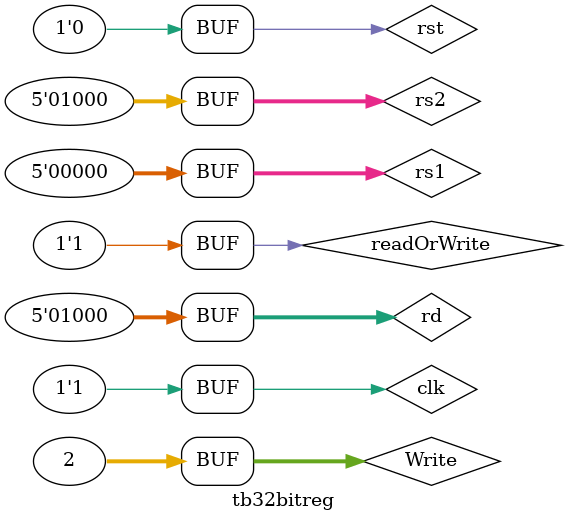
<source format=v>

`timescale 1ns/1ps
module tb32bitreg;

reg clk, rst;

reg [4:0] rd;
reg [4:0] rs1;
reg [4:0] rs2;

reg [31:0] Write;

reg readOrWrite;

wire [31:0] RegOutput1;
wire [31:0] RegOutput2;


register test(clk, rst, rd, rs1, rs2, Write, readOrWrite, RegOutput1, RegOutput2);

initial
begin

 clk = 0;
 rst = 0;
 rd = 0;
 rs1 = 0;
 rs2 = 0;
 Write = 0;
 readOrWrite = 0;
 

#100 readOrWrite = 1;
#100 clk = 0;

#100 clk = 1; rst = 0; rd = 0; rs1 = 0; rs2 = 7; Write = 5; readOrWrite = 0;

#100 clk = 0; rd = 7; readOrWrite = 0; Write = 10;

#100 clk = 1;

#100 clk = 0; readOrWrite = 1;

#100 clk = 1;

#100 clk = 0; rd = 0; readOrWrite = 0; Write = 1;

#100 clk = 1;

#100 clk = 0; readOrWrite = 1;

#100 clk = 1;

#100 clk = 0; rd = 8; readOrWrite = 0; Write= 2;

#100 clk = 1;

#100 clk = 0; rs2 = 8; readOrWrite = 1;

#100 clk = 1;

end
endmodule 
</source>
